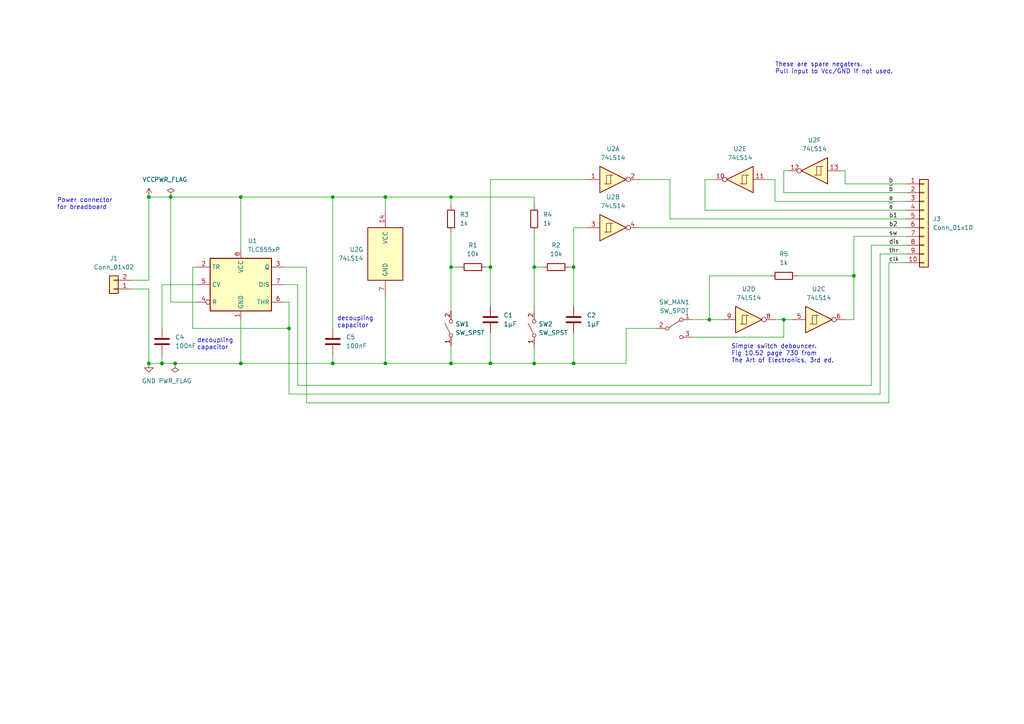
<source format=kicad_sch>
(kicad_sch (version 20211123) (generator eeschema)
  (paper "A4")
  (lib_symbols
    (symbol "74xx:74LS14" (pin_names (offset 1.016))
      (property "Reference" "U" (at 0 1.27 0))
      (property "Value" "74LS14" (at 0 -1.27 0))
      (symbol "74LS14_1_0"
        (polyline (pts (xy -3.81 3.81) (xy -3.81 -3.81) (xy 3.81 0) (xy -3.81 3.81)) (stroke (width 0.254)) (fill (type background)))
        (pin input line (at -7.62 0 0) (length 3.81) (name "~") (number "1"))
        (pin output inverted (at 7.62 0 180) (length 3.81) (name "~") (number "2"))
      )
      (symbol "74LS14_1_1"
        (polyline (pts (xy -1.905 -1.27) (xy -1.905 1.27) (xy -0.635 1.27)))
        (polyline (pts (xy -2.54 -1.27) (xy -0.635 -1.27) (xy -0.635 1.27) (xy 0 1.27)))
      )
      (symbol "74LS14_2_0"
        (polyline (pts (xy -3.81 3.81) (xy -3.81 -3.81) (xy 3.81 0) (xy -3.81 3.81)) (stroke (width 0.254)) (fill (type background)))
        (pin input line (at -7.62 0 0) (length 3.81) (name "~") (number "3"))
        (pin output inverted (at 7.62 0 180) (length 3.81) (name "~") (number "4"))
      )
      (symbol "74LS14_2_1"
        (polyline (pts (xy -1.905 -1.27) (xy -1.905 1.27) (xy -0.635 1.27)))
        (polyline (pts (xy -2.54 -1.27) (xy -0.635 -1.27) (xy -0.635 1.27) (xy 0 1.27)))
      )
      (symbol "74LS14_3_0"
        (polyline (pts (xy -3.81 3.81) (xy -3.81 -3.81) (xy 3.81 0) (xy -3.81 3.81)) (stroke (width 0.254)) (fill (type background)))
        (pin input line (at -7.62 0 0) (length 3.81) (name "~") (number "5"))
        (pin output inverted (at 7.62 0 180) (length 3.81) (name "~") (number "6"))
      )
      (symbol "74LS14_3_1"
        (polyline (pts (xy -1.905 -1.27) (xy -1.905 1.27) (xy -0.635 1.27)))
        (polyline (pts (xy -2.54 -1.27) (xy -0.635 -1.27) (xy -0.635 1.27) (xy 0 1.27)))
      )
      (symbol "74LS14_4_0"
        (polyline (pts (xy -3.81 3.81) (xy -3.81 -3.81) (xy 3.81 0) (xy -3.81 3.81)) (stroke (width 0.254)) (fill (type background)))
        (pin output inverted (at 7.62 0 180) (length 3.81) (name "~") (number "8"))
        (pin input line (at -7.62 0 0) (length 3.81) (name "~") (number "9"))
      )
      (symbol "74LS14_4_1"
        (polyline (pts (xy -1.905 -1.27) (xy -1.905 1.27) (xy -0.635 1.27)))
        (polyline (pts (xy -2.54 -1.27) (xy -0.635 -1.27) (xy -0.635 1.27) (xy 0 1.27)))
      )
      (symbol "74LS14_5_0"
        (polyline (pts (xy -3.81 3.81) (xy -3.81 -3.81) (xy 3.81 0) (xy -3.81 3.81)) (stroke (width 0.254)) (fill (type background)))
        (pin output inverted (at 7.62 0 180) (length 3.81) (name "~") (number "10"))
        (pin input line (at -7.62 0 0) (length 3.81) (name "~") (number "11"))
      )
      (symbol "74LS14_5_1"
        (polyline (pts (xy -1.905 -1.27) (xy -1.905 1.27) (xy -0.635 1.27)))
        (polyline (pts (xy -2.54 -1.27) (xy -0.635 -1.27) (xy -0.635 1.27) (xy 0 1.27)))
      )
      (symbol "74LS14_6_0"
        (polyline (pts (xy -3.81 3.81) (xy -3.81 -3.81) (xy 3.81 0) (xy -3.81 3.81)) (stroke (width 0.254)) (fill (type background)))
        (pin output inverted (at 7.62 0 180) (length 3.81) (name "~") (number "12"))
        (pin input line (at -7.62 0 0) (length 3.81) (name "~") (number "13"))
      )
      (symbol "74LS14_6_1"
        (polyline (pts (xy -1.905 -1.27) (xy -1.905 1.27) (xy -0.635 1.27)))
        (polyline (pts (xy -2.54 -1.27) (xy -0.635 -1.27) (xy -0.635 1.27) (xy 0 1.27)))
      )
      (symbol "74LS14_7_0"
        (pin power_in line (at 0 12.7 270) (length 5.08) (name "VCC") (number "14"))
        (pin power_in line (at 0 -12.7 90) (length 5.08) (name "GND") (number "7"))
      )
      (symbol "74LS14_7_1"
        (rectangle (start -5.08 7.62) (end 5.08 -7.62) (stroke (width 0.254)) (fill (type background)))
      )
    )
    (symbol "Connector_Generic:Conn_01x02" (pin_names (offset 1.016) hide)
      (property "Reference" "J" (at 0 2.54 0))
      (property "Value" "Conn_01x02" (at 0 -5.08 0))
      (symbol "Conn_01x02_1_1"
        (rectangle (start -1.27 -2.413) (end 0 -2.667) (stroke (width 0.1524)))
        (rectangle (start -1.27 0.127) (end 0 -0.127) (stroke (width 0.1524)))
        (rectangle (start -1.27 1.27) (end 1.27 -3.81) (stroke (width 0.254)) (fill (type background)))
        (pin passive line (at -5.08 0 0) (length 3.81) (name "Pin_1") (number "1"))
        (pin passive line (at -5.08 -2.54 0) (length 3.81) (name "Pin_2") (number "2"))
      )
    )
    (symbol "Connector_Generic:Conn_01x10" (pin_names (offset 1.016) hide)
      (property "Reference" "J" (at 0 12.7 0))
      (property "Value" "Conn_01x10" (at 0 -15.24 0))
      (symbol "Conn_01x10_1_1"
        (rectangle (start -1.27 -12.573) (end 0 -12.827) (stroke (width 0.1524)))
        (rectangle (start -1.27 -10.033) (end 0 -10.287) (stroke (width 0.1524)))
        (rectangle (start -1.27 -7.493) (end 0 -7.747) (stroke (width 0.1524)))
        (rectangle (start -1.27 -4.953) (end 0 -5.207) (stroke (width 0.1524)))
        (rectangle (start -1.27 -2.413) (end 0 -2.667) (stroke (width 0.1524)))
        (rectangle (start -1.27 0.127) (end 0 -0.127) (stroke (width 0.1524)))
        (rectangle (start -1.27 2.667) (end 0 2.413) (stroke (width 0.1524)))
        (rectangle (start -1.27 5.207) (end 0 4.953) (stroke (width 0.1524)))
        (rectangle (start -1.27 7.747) (end 0 7.493) (stroke (width 0.1524)))
        (rectangle (start -1.27 10.287) (end 0 10.033) (stroke (width 0.1524)))
        (rectangle (start -1.27 11.43) (end 1.27 -13.97) (stroke (width 0.254)) (fill (type background)))
        (pin passive line (at -5.08 10.16 0) (length 3.81) (name "Pin_1") (number "1"))
        (pin passive line (at -5.08 -12.7 0) (length 3.81) (name "Pin_10") (number "10"))
        (pin passive line (at -5.08 7.62 0) (length 3.81) (name "Pin_2") (number "2"))
        (pin passive line (at -5.08 5.08 0) (length 3.81) (name "Pin_3") (number "3"))
        (pin passive line (at -5.08 2.54 0) (length 3.81) (name "Pin_4") (number "4"))
        (pin passive line (at -5.08 0 0) (length 3.81) (name "Pin_5") (number "5"))
        (pin passive line (at -5.08 -2.54 0) (length 3.81) (name "Pin_6") (number "6"))
        (pin passive line (at -5.08 -5.08 0) (length 3.81) (name "Pin_7") (number "7"))
        (pin passive line (at -5.08 -7.62 0) (length 3.81) (name "Pin_8") (number "8"))
        (pin passive line (at -5.08 -10.16 0) (length 3.81) (name "Pin_9") (number "9"))
      )
    )
    (symbol "Device:C" (pin_numbers hide) (pin_names (offset 0.254))
      (property "Reference" "C" (at 0.635 2.54 0))
      (property "Value" "C" (at 0.635 -2.54 0))
      (symbol "C_0_1"
        (polyline (pts (xy -2.032 -0.762) (xy 2.032 -0.762)) (stroke (width 0.508)))
        (polyline (pts (xy -2.032 0.762) (xy 2.032 0.762)) (stroke (width 0.508)))
      )
      (symbol "C_1_1"
        (pin passive line (at 0 3.81 270) (length 2.794) (name "~") (number "1"))
        (pin passive line (at 0 -3.81 90) (length 2.794) (name "~") (number "2"))
      )
    )
    (symbol "Device:R" (pin_numbers hide) (pin_names (offset 0))
      (property "Reference" "R" (at 2.032 0 90))
      (property "Value" "R" (at 0 0 90))
      (symbol "R_0_1"
        (rectangle (start -1.016 -2.54) (end 1.016 2.54) (stroke (width 0.254)))
      )
      (symbol "R_1_1"
        (pin passive line (at 0 3.81 270) (length 1.27) (name "~") (number "1"))
        (pin passive line (at 0 -3.81 90) (length 1.27) (name "~") (number "2"))
      )
    )
    (symbol "Switch:SW_SPDT" (pin_names (offset 0) hide)
      (property "Reference" "SW" (at 0 4.318 0))
      (property "Value" "SW_SPDT" (at 0 -5.08 0))
      (symbol "SW_SPDT_0_0"
        (circle (center -2.032 0) (radius 0.508))
        (circle (center 2.032 -2.54) (radius 0.508))
      )
      (symbol "SW_SPDT_0_1"
        (polyline (pts (xy -1.524 0.254) (xy 1.651 2.286)))
        (circle (center 2.032 2.54) (radius 0.508))
      )
      (symbol "SW_SPDT_1_1"
        (pin passive line (at 5.08 2.54 180) (length 2.54) (name "A") (number "1"))
        (pin passive line (at -5.08 0 0) (length 2.54) (name "B") (number "2"))
        (pin passive line (at 5.08 -2.54 180) (length 2.54) (name "C") (number "3"))
      )
    )
    (symbol "Switch:SW_SPST" (pin_names (offset 0) hide)
      (property "Reference" "SW" (at 0 3.175 0))
      (property "Value" "SW_SPST" (at 0 -2.54 0))
      (symbol "SW_SPST_0_0"
        (circle (center -2.032 0) (radius 0.508))
        (polyline (pts (xy -1.524 0.254) (xy 1.524 1.778)))
        (circle (center 2.032 0) (radius 0.508))
      )
      (symbol "SW_SPST_1_1"
        (pin passive line (at -5.08 0 0) (length 2.54) (name "A") (number "1"))
        (pin passive line (at 5.08 0 180) (length 2.54) (name "B") (number "2"))
      )
    )
    (symbol "Timer:TLC555xP"
      (property "Reference" "U" (at -10.16 8.89 0))
      (property "Value" "TLC555xP" (at 2.54 8.89 0))
      (symbol "TLC555xP_0_0"
        (pin power_in line (at 0 -10.16 90) (length 2.54) (name "GND") (number "1"))
        (pin power_in line (at 0 10.16 270) (length 2.54) (name "VCC") (number "8"))
      )
      (symbol "TLC555xP_0_1"
        (rectangle (start -8.89 -7.62) (end 8.89 7.62) (stroke (width 0.254)) (fill (type background)))
        (rectangle (start -8.89 -7.62) (end 8.89 7.62) (stroke (width 0.254)) (fill (type background)))
      )
      (symbol "TLC555xP_1_1"
        (pin input line (at -12.7 5.08 0) (length 3.81) (name "TR") (number "2"))
        (pin output line (at 12.7 5.08 180) (length 3.81) (name "Q") (number "3"))
        (pin input inverted (at -12.7 -5.08 0) (length 3.81) (name "R") (number "4"))
        (pin input line (at -12.7 0 0) (length 3.81) (name "CV") (number "5"))
        (pin input line (at 12.7 -5.08 180) (length 3.81) (name "THR") (number "6"))
        (pin input line (at 12.7 0 180) (length 3.81) (name "DIS") (number "7"))
      )
    )
    (symbol "power:GND" (power) (pin_names (offset 0))
      (property "Value" "GND" (at 0 -3.81 0))
      (symbol "GND_0_1"
        (polyline (pts (xy 0 0) (xy 0 -1.27) (xy 1.27 -1.27) (xy 0 -2.54) (xy -1.27 -1.27) (xy 0 -1.27)))
      )
      (symbol "GND_1_1"
        (pin power_in line (at 0 0 270) (length 0) hide (name "GND") (number "1"))
      )
    )
    (symbol "power:PWR_FLAG" (power) (pin_numbers hide) (pin_names (offset 0) hide)
      (property "Value" "PWR_FLAG" (at 0 3.81 0))
      (symbol "PWR_FLAG_0_0"
        (pin power_out line (at 0 0 90) (length 0) (name "pwr") (number "1"))
      )
      (symbol "PWR_FLAG_0_1"
        (polyline (pts (xy 0 0) (xy 0 1.27) (xy -1.016 1.905) (xy 0 2.54) (xy 1.016 1.905) (xy 0 1.27)))
      )
    )
    (symbol "power:VCC" (power) (pin_names (offset 0))
      (property "Value" "VCC" (at 0 3.81 0))
      (symbol "VCC_0_1"
        (polyline (pts (xy -0.762 1.27) (xy 0 2.54)))
        (polyline (pts (xy 0 0) (xy 0 2.54)))
        (polyline (pts (xy 0 2.54) (xy 0.762 1.27)))
      )
      (symbol "VCC_1_1"
        (pin power_in line (at 0 0 90) (length 0) hide (name "VCC") (number "1"))
      )
    )
  )
  (junction (at 43.18 57.15))
  (junction (at 69.85 57.15))
  (junction (at 50.8 105.41))
  (junction (at 96.52 57.15))
  (junction (at 205.74 92.71))
  (junction (at 247.65 80.01))
  (junction (at 130.81 57.15))
  (junction (at 49.53 57.15))
  (junction (at 227.33 92.71))
  (junction (at 46.99 105.41))
  (junction (at 142.24 77.47))
  (junction (at 111.76 105.41))
  (junction (at 166.37 77.47))
  (junction (at 69.85 105.41))
  (junction (at 142.24 105.41))
  (junction (at 130.81 77.47))
  (junction (at 111.76 57.15))
  (junction (at 166.37 105.41))
  (junction (at 154.94 77.47))
  (junction (at 43.18 105.41))
  (junction (at 96.52 105.41))
  (junction (at 130.81 105.41))
  (junction (at 83.82 95.25))
  (junction (at 154.94 105.41))
  (wire (pts (xy 83.82 114.3) (xy 255.27 114.3)))
  (wire (pts (xy 205.74 92.71) (xy 209.55 92.71)))
  (wire (pts (xy 247.65 68.58) (xy 262.89 68.58)))
  (wire (pts (xy 69.85 57.15) (xy 96.52 57.15)))
  (wire (pts (xy 245.11 49.53) (xy 245.11 53.34)))
  (wire (pts (xy 130.81 67.31) (xy 130.81 77.47)))
  (wire (pts (xy 166.37 105.41) (xy 181.61 105.41)))
  (wire (pts (xy 130.81 57.15) (xy 130.81 59.69)))
  (wire (pts (xy 130.81 100.33) (xy 130.81 105.41)))
  (wire (pts (xy 140.97 77.47) (xy 142.24 77.47)))
  (wire (pts (xy 255.27 73.66) (xy 255.27 114.3)))
  (wire (pts (xy 69.85 105.41) (xy 96.52 105.41)))
  (wire (pts (xy 83.82 95.25) (xy 83.82 87.63)))
  (wire (pts (xy 204.47 52.07) (xy 207.01 52.07)))
  (wire (pts (xy 227.33 92.71) (xy 229.87 92.71)))
  (wire (pts (xy 166.37 66.04) (xy 170.18 66.04)))
  (wire (pts (xy 46.99 105.41) (xy 50.8 105.41)))
  (wire (pts (xy 247.65 80.01) (xy 247.65 68.58)))
  (wire (pts (xy 43.18 57.15) (xy 49.53 57.15)))
  (wire (pts (xy 227.33 49.53) (xy 227.33 55.88)))
  (wire (pts (xy 231.14 80.01) (xy 247.65 80.01)))
  (wire (pts (xy 142.24 105.41) (xy 154.94 105.41)))
  (wire (pts (xy 69.85 57.15) (xy 69.85 72.39)))
  (wire (pts (xy 157.48 77.47) (xy 154.94 77.47)))
  (wire (pts (xy 205.74 80.01) (xy 223.52 80.01)))
  (wire (pts (xy 204.47 60.96) (xy 262.89 60.96)))
  (wire (pts (xy 200.66 92.71) (xy 205.74 92.71)))
  (wire (pts (xy 154.94 100.33) (xy 154.94 105.41)))
  (wire (pts (xy 166.37 77.47) (xy 165.1 77.47)))
  (wire (pts (xy 88.9 116.84) (xy 257.81 116.84)))
  (wire (pts (xy 154.94 67.31) (xy 154.94 77.47)))
  (wire (pts (xy 69.85 92.71) (xy 69.85 105.41)))
  (wire (pts (xy 166.37 77.47) (xy 166.37 66.04)))
  (wire (pts (xy 181.61 95.25) (xy 181.61 105.41)))
  (wire (pts (xy 224.79 92.71) (xy 227.33 92.71)))
  (wire (pts (xy 55.88 95.25) (xy 83.82 95.25)))
  (wire (pts (xy 43.18 83.82) (xy 43.18 105.41)))
  (wire (pts (xy 247.65 92.71) (xy 247.65 80.01)))
  (wire (pts (xy 142.24 77.47) (xy 142.24 88.9)))
  (wire (pts (xy 227.33 92.71) (xy 227.33 97.79)))
  (wire (pts (xy 46.99 102.87) (xy 46.99 105.41)))
  (wire (pts (xy 245.11 53.34) (xy 262.89 53.34)))
  (wire (pts (xy 252.73 111.76) (xy 86.36 111.76)))
  (wire (pts (xy 257.81 76.2) (xy 262.89 76.2)))
  (wire (pts (xy 86.36 111.76) (xy 86.36 82.55)))
  (wire (pts (xy 96.52 102.87) (xy 96.52 105.41)))
  (wire (pts (xy 82.55 82.55) (xy 86.36 82.55)))
  (wire (pts (xy 194.31 63.5) (xy 262.89 63.5)))
  (wire (pts (xy 50.8 105.41) (xy 69.85 105.41)))
  (wire (pts (xy 142.24 77.47) (xy 142.24 52.07)))
  (wire (pts (xy 57.15 87.63) (xy 49.53 87.63)))
  (wire (pts (xy 255.27 73.66) (xy 262.89 73.66)))
  (wire (pts (xy 130.81 77.47) (xy 130.81 90.17)))
  (wire (pts (xy 166.37 77.47) (xy 166.37 88.9)))
  (wire (pts (xy 262.89 71.12) (xy 252.73 71.12)))
  (wire (pts (xy 142.24 96.52) (xy 142.24 105.41)))
  (wire (pts (xy 154.94 105.41) (xy 166.37 105.41)))
  (wire (pts (xy 200.66 97.79) (xy 227.33 97.79)))
  (wire (pts (xy 227.33 55.88) (xy 262.89 55.88)))
  (wire (pts (xy 82.55 77.47) (xy 88.9 77.47)))
  (wire (pts (xy 96.52 105.41) (xy 111.76 105.41)))
  (wire (pts (xy 257.81 76.2) (xy 257.81 116.84)))
  (wire (pts (xy 130.81 105.41) (xy 142.24 105.41)))
  (wire (pts (xy 243.84 49.53) (xy 245.11 49.53)))
  (wire (pts (xy 49.53 57.15) (xy 69.85 57.15)))
  (wire (pts (xy 83.82 95.25) (xy 83.82 114.3)))
  (wire (pts (xy 154.94 77.47) (xy 154.94 90.17)))
  (wire (pts (xy 46.99 82.55) (xy 57.15 82.55)))
  (wire (pts (xy 245.11 92.71) (xy 247.65 92.71)))
  (wire (pts (xy 181.61 95.25) (xy 190.5 95.25)))
  (wire (pts (xy 228.6 49.53) (xy 227.33 49.53)))
  (wire (pts (xy 222.25 52.07) (xy 224.79 52.07)))
  (wire (pts (xy 83.82 87.63) (xy 82.55 87.63)))
  (wire (pts (xy 185.42 66.04) (xy 262.89 66.04)))
  (wire (pts (xy 46.99 82.55) (xy 46.99 95.25)))
  (wire (pts (xy 111.76 86.36) (xy 111.76 105.41)))
  (wire (pts (xy 49.53 87.63) (xy 49.53 57.15)))
  (wire (pts (xy 142.24 52.07) (xy 170.18 52.07)))
  (wire (pts (xy 224.79 58.42) (xy 262.89 58.42)))
  (wire (pts (xy 38.1 83.82) (xy 43.18 83.82)))
  (wire (pts (xy 130.81 57.15) (xy 154.94 57.15)))
  (wire (pts (xy 166.37 96.52) (xy 166.37 105.41)))
  (wire (pts (xy 88.9 77.47) (xy 88.9 116.84)))
  (wire (pts (xy 185.42 52.07) (xy 194.31 52.07)))
  (wire (pts (xy 252.73 71.12) (xy 252.73 111.76)))
  (wire (pts (xy 111.76 105.41) (xy 130.81 105.41)))
  (wire (pts (xy 55.88 95.25) (xy 55.88 77.47)))
  (wire (pts (xy 38.1 81.28) (xy 43.18 81.28)))
  (wire (pts (xy 96.52 57.15) (xy 96.52 95.25)))
  (wire (pts (xy 154.94 57.15) (xy 154.94 59.69)))
  (wire (pts (xy 205.74 80.01) (xy 205.74 92.71)))
  (wire (pts (xy 194.31 52.07) (xy 194.31 63.5)))
  (wire (pts (xy 111.76 57.15) (xy 111.76 60.96)))
  (wire (pts (xy 96.52 57.15) (xy 111.76 57.15)))
  (wire (pts (xy 224.79 58.42) (xy 224.79 52.07)))
  (wire (pts (xy 43.18 105.41) (xy 46.99 105.41)))
  (wire (pts (xy 130.81 77.47) (xy 133.35 77.47)))
  (wire (pts (xy 43.18 57.15) (xy 43.18 81.28)))
  (wire (pts (xy 55.88 77.47) (xy 57.15 77.47)))
  (wire (pts (xy 111.76 57.15) (xy 130.81 57.15)))
  (wire (pts (xy 204.47 60.96) (xy 204.47 52.07)))
  (text "decoupling\ncapacitor" (at 97.79 95.25 0) (effects (font (size 1.27 1.27)) (justify left bottom)))
  (text "Power connector\nfor breadboard" (at 16.51 60.96 0) (effects (font (size 1.27 1.27)) (justify left bottom)))
  (text "Simple switch debouncer.\nFig 10.52 page 730 from\nThe Art of Electronics, 3rd ed." (at 212.09 105.41 0) (effects (font (size 1.27 1.27)) (justify left bottom)))
  (text "These are spare negaters. \nPull input to Vcc/GND if not used." (at 224.79 21.59 0) (effects (font (size 1.27 1.27)) (justify left bottom)))
  (text "decoupling\ncapacitor" (at 57.15 101.6 0) (effects (font (size 1.27 1.27)) (justify left bottom)))
  (label "a" (at 259.08 58.42 180))
  (label "~{a}" (at 259.08 60.96 180))
  (label "~{b}" (at 259.08 55.88 180))
  (label "b" (at 259.08 53.34 180))
  (label "thr" (at 257.81 73.66 0))
  (label "b1" (at 257.81 63.5 0))
  (label "sw" (at 260.35 68.58 180))
  (label "b2" (at 257.81 66.04 0))
  (label "dis" (at 257.81 71.12 0))
  (label "clk" (at 257.81 76.2 0))
  (symbol (lib_id "Device:C") (at 46.99 99.06 0) (unit 1)
    (property "Reference" "C4" (at 50.8 97.7899 0) (effects (justify left)))
    (property "Value" "100nF" (at 50.8 100.3299 0) (effects (justify left)))
    (property "Footprint" "Capacitor_THT:C_Disc_D5.0mm_W2.5mm_P5.00mm" (effects hide))
  )
  (symbol (lib_id "Device:R") (at 161.29 77.47 90) (unit 1)
    (property "Reference" "R2" (at 161.29 71.12 90))
    (property "Value" "10k" (at 161.29 73.66 90))
    (property "Footprint" "Resistor_THT:R_Axial_DIN0207_L6.3mm_D2.5mm_P2.54mm_Vertical" (effects hide))
  )
  (symbol (lib_id "power:PWR_FLAG") (at 49.53 57.15 0) (unit 1)
    (property "Reference" "#FLG01" (effects hide))
    (property "Value" "PWR_FLAG" (at 49.53 52.07 0))
  )
  (symbol (lib_id "74xx:74LS14") (at 237.49 92.71 0) (unit 3)
    (property "Reference" "U2" (at 237.49 83.82 0))
    (property "Value" "74LS14" (at 237.49 86.36 0))
    (property "Footprint" "Package_DIP:DIP-14_W7.62mm" (effects hide))
    (property "Datasheet" "http://www.ti.com/lit/gpn/sn74LS14" (effects hide))
  )
  (symbol (lib_id "74xx:74LS14") (at 177.8 52.07 0) (unit 1)
    (property "Reference" "U2" (at 177.8 43.18 0))
    (property "Value" "74LS14" (at 177.8 45.72 0))
    (property "Footprint" "Package_DIP:DIP-14_W7.62mm" (effects hide))
    (property "Datasheet" "http://www.ti.com/lit/gpn/sn74LS14" (effects hide))
  )
  (symbol (lib_id "74xx:74LS14") (at 214.63 52.07 180) (unit 5)
    (property "Reference" "U2" (at 214.63 43.18 0))
    (property "Value" "74LS14" (at 214.63 45.72 0))
    (property "Footprint" "Package_DIP:DIP-14_W7.62mm" (effects hide))
    (property "Datasheet" "http://www.ti.com/lit/gpn/sn74LS14" (effects hide))
  )
  (symbol (lib_id "Device:R") (at 130.81 63.5 0) (unit 1)
    (property "Reference" "R3" (at 133.35 62.2299 0) (effects (justify left)))
    (property "Value" "1k" (at 133.35 64.7699 0) (effects (justify left)))
    (property "Footprint" "Resistor_THT:R_Axial_DIN0207_L6.3mm_D2.5mm_P2.54mm_Vertical" (effects hide))
  )
  (symbol (lib_id "Device:R") (at 227.33 80.01 90) (unit 1)
    (property "Reference" "R5" (at 227.33 73.66 90))
    (property "Value" "1k" (at 227.33 76.2 90))
    (property "Footprint" "Resistor_THT:R_Axial_DIN0207_L6.3mm_D2.5mm_P2.54mm_Vertical" (effects hide))
  )
  (symbol (lib_id "Switch:SW_SPDT") (at 195.58 95.25 0) (unit 1)
    (property "Reference" "SW_MAN1" (at 195.58 87.63 0))
    (property "Value" "SW_SPDT" (at 195.58 90.17 0))
    (property "Footprint" "Button_Switch_THT:Apem 25000N series" (effects hide))
  )
  (symbol (lib_id "Switch:SW_SPST") (at 130.81 95.25 90) (unit 1)
    (property "Reference" "SW1" (at 132.08 93.9799 90) (effects (justify right)))
    (property "Value" "SW_SPST" (at 132.08 96.5199 90) (effects (justify right)))
    (property "Footprint" "Button_Switch_THT:SW_PUSH_6mm" (effects hide))
  )
  (symbol (lib_id "74xx:74LS14") (at 236.22 49.53 180) (unit 6)
    (property "Reference" "U2" (at 236.22 40.64 0))
    (property "Value" "74LS14" (at 236.22 43.18 0))
    (property "Footprint" "Package_DIP:DIP-14_W7.62mm" (effects hide))
    (property "Datasheet" "http://www.ti.com/lit/gpn/sn74LS14" (effects hide))
  )
  (symbol (lib_id "74xx:74LS14") (at 111.76 73.66 0) (unit 7)
    (property "Reference" "U2" (at 105.41 72.3899 0) (effects (justify right)))
    (property "Value" "74LS14" (at 105.41 74.9299 0) (effects (justify right)))
    (property "Footprint" "Package_DIP:DIP-14_W7.62mm" (effects hide))
    (property "Datasheet" "http://www.ti.com/lit/gpn/sn74LS14" (effects hide))
  )
  (symbol (lib_id "74xx:74LS14") (at 217.17 92.71 0) (unit 4)
    (property "Reference" "U2" (at 217.17 83.82 0))
    (property "Value" "74LS14" (at 217.17 86.36 0))
    (property "Footprint" "Package_DIP:DIP-14_W7.62mm" (effects hide))
    (property "Datasheet" "http://www.ti.com/lit/gpn/sn74LS14" (effects hide))
  )
  (symbol (lib_id "Switch:SW_SPST") (at 154.94 95.25 90) (unit 1)
    (property "Reference" "SW2" (at 156.21 93.9799 90) (effects (justify right)))
    (property "Value" "SW_SPST" (at 156.21 96.5199 90) (effects (justify right)))
    (property "Footprint" "Button_Switch_THT:SW_PUSH_6mm" (effects hide))
  )
  (symbol (lib_id "power:GND") (at 43.18 105.41 0) (unit 1)
    (property "Reference" "#PWR02" (effects hide))
    (property "Value" "GND" (at 43.18 110.49 0))
  )
  (symbol (lib_id "Device:C") (at 142.24 92.71 0) (unit 1)
    (property "Reference" "C1" (at 146.05 91.4399 0) (effects (justify left)))
    (property "Value" "1µF" (at 146.05 93.9799 0) (effects (justify left)))
    (property "Footprint" "Capacitor_THT:CP_Radial_D4.0mm_P1.50mm" (effects hide))
  )
  (symbol (lib_id "74xx:74LS14") (at 177.8 66.04 0) (unit 2)
    (property "Reference" "U2" (at 177.8 57.15 0))
    (property "Value" "74LS14" (at 177.8 59.69 0))
    (property "Footprint" "Package_DIP:DIP-14_W7.62mm" (effects hide))
    (property "Datasheet" "http://www.ti.com/lit/gpn/sn74LS14" (effects hide))
  )
  (symbol (lib_id "Timer:TLC555xP") (at 69.85 82.55 0) (unit 1)
    (property "Reference" "U1" (at 71.8694 69.85 0) (effects (justify left)))
    (property "Value" "TLC555xP" (at 71.8694 72.39 0) (effects (justify left)))
    (property "Footprint" "Package_DIP:DIP-8_W7.62mm" (effects hide))
    (property "Datasheet" "http://www.ti.com/lit/ds/symlink/tlc555.pdf" (effects hide))
  )
  (symbol (lib_id "Device:R") (at 137.16 77.47 90) (unit 1)
    (property "Reference" "R1" (at 137.16 71.12 90))
    (property "Value" "10k" (at 137.16 73.66 90))
    (property "Footprint" "Resistor_THT:R_Axial_DIN0207_L6.3mm_D2.5mm_P2.54mm_Vertical" (effects hide))
  )
  (symbol (lib_id "Connector_Generic:Conn_01x02") (at 33.02 83.82 180) (unit 1)
    (property "Reference" "J1" (at 33.02 74.93 0))
    (property "Value" "Conn_01x02" (at 33.02 77.47 0))
    (property "Footprint" "Connector_PinHeader_2.54mm:PinHeader_1x02_P2.54mm_Vertical" (effects hide))
  )
  (symbol (lib_id "Connector_Generic:Conn_01x10") (at 267.97 63.5 0) (unit 1)
    (property "Reference" "J3" (at 270.51 63.4999 0) (effects (justify left)))
    (property "Value" "Conn_01x10" (at 270.51 66.0399 0) (effects (justify left)))
    (property "Footprint" "Connector_PinHeader_2.54mm:PinHeader_1x10_P2.54mm_Vertical" (effects hide))
  )
  (symbol (lib_id "Device:C") (at 166.37 92.71 0) (mirror y) (unit 1)
    (property "Reference" "C2" (at 170.18 91.4399 0) (effects (justify right)))
    (property "Value" "1µF" (at 170.18 93.9799 0) (effects (justify right)))
    (property "Footprint" "Capacitor_THT:CP_Radial_D4.0mm_P1.50mm" (effects hide))
  )
  (symbol (lib_id "Device:R") (at 154.94 63.5 0) (unit 1)
    (property "Reference" "R4" (at 157.48 62.2299 0) (effects (justify left)))
    (property "Value" "1k" (at 157.48 64.7699 0) (effects (justify left)))
    (property "Footprint" "Resistor_THT:R_Axial_DIN0207_L6.3mm_D2.5mm_P2.54mm_Vertical" (effects hide))
  )
  (symbol (lib_id "Device:C") (at 96.52 99.06 0) (unit 1)
    (property "Reference" "C5" (at 100.33 97.7899 0) (effects (justify left)))
    (property "Value" "100nF" (at 100.33 100.3299 0) (effects (justify left)))
    (property "Footprint" "Capacitor_THT:C_Disc_D5.0mm_W2.5mm_P5.00mm" (effects hide))
  )
  (symbol (lib_id "power:VCC") (at 43.18 57.15 0) (unit 1)
    (property "Reference" "#PWR01" (effects hide))
    (property "Value" "VCC" (at 43.18 52.07 0))
  )
  (symbol (lib_id "power:PWR_FLAG") (at 50.8 105.41 180) (unit 1)
    (property "Reference" "#FLG02" (effects hide))
    (property "Value" "PWR_FLAG" (at 50.8 110.49 0))
  )
)
</source>
